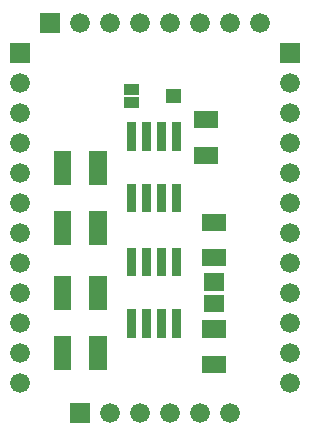
<source format=gbr>
G04 start of page 5 for group -4063 idx -4063 *
G04 Title: (unknown), componentmask *
G04 Creator: pcb 20100929 *
G04 CreationDate: Wed Oct  5 20:03:28 2011 UTC *
G04 For: user1 *
G04 Format: Gerber/RS-274X *
G04 PCB-Dimensions: 103000 143000 *
G04 PCB-Coordinate-Origin: lower left *
%MOIN*%
%FSLAX25Y25*%
%LNFRONTMASK*%
%ADD12C,0.0200*%
%ADD23C,0.0660*%
%ADD24R,0.0572X0.0572*%
%ADD25R,0.0300X0.0300*%
%ADD26R,0.0375X0.0375*%
%ADD27R,0.0375X0.0375*%
%ADD28R,0.0454X0.0454*%
G54D23*X6500Y86500D03*
Y76500D03*
Y66500D03*
Y56500D03*
Y46500D03*
Y36500D03*
Y26500D03*
Y16500D03*
G54D12*G36*
X23200Y9800D02*Y3200D01*
X29800D01*
Y9800D01*
X23200D01*
G37*
G54D23*X36500Y6500D03*
X46500D03*
X56500D03*
X66500D03*
X76500D03*
X96500Y96500D03*
Y86500D03*
Y76500D03*
Y66500D03*
G54D12*G36*
X93200Y129800D02*Y123200D01*
X99800D01*
Y129800D01*
X93200D01*
G37*
G54D23*X96500Y116500D03*
Y106500D03*
Y56500D03*
Y46500D03*
Y36500D03*
Y26500D03*
Y16500D03*
G54D12*G36*
X3200Y129800D02*Y123200D01*
X9800D01*
Y129800D01*
X3200D01*
G37*
G54D23*X6500Y116500D03*
Y106500D03*
Y96500D03*
G54D12*G36*
X13200Y139800D02*Y133200D01*
X19800D01*
Y139800D01*
X13200D01*
G37*
G54D23*X26500Y136500D03*
X36500D03*
X46500D03*
X56500D03*
X66500D03*
X76500D03*
X86500D03*
G54D24*X69819Y69905D02*X72181D01*
X69819Y58095D02*X72181D01*
X70607Y50043D02*X71393D01*
X70607Y42957D02*X71393D01*
X69819Y34405D02*X72181D01*
X69819Y22595D02*X72181D01*
G54D25*X58500Y60000D02*Y53500D01*
X53500Y60000D02*Y53500D01*
X48500Y60000D02*Y53500D01*
X43500Y60000D02*Y53500D01*
Y39500D02*Y33000D01*
X48500Y39500D02*Y33000D01*
X53500Y39500D02*Y33000D01*
X58500Y39500D02*Y33000D01*
G54D24*X20595Y70755D02*Y65245D01*
Y29255D02*Y23745D01*
Y49255D02*Y43745D01*
X32405Y70755D02*Y65245D01*
Y29255D02*Y23745D01*
Y49255D02*Y43745D01*
G54D25*X43500Y81250D02*Y74750D01*
X48500Y81250D02*Y74750D01*
X53500Y81250D02*Y74750D01*
G54D24*X20595Y90755D02*Y85245D01*
X32405Y90755D02*Y85245D01*
G54D25*X58500Y101750D02*Y95250D01*
X53500Y101750D02*Y95250D01*
X48500Y101750D02*Y95250D01*
X43500Y101750D02*Y95250D01*
X58500Y81250D02*Y74750D01*
G54D24*X67319Y104164D02*X69681D01*
X67319Y92354D02*X69681D01*
G54D26*X42940Y114166D02*X44121D01*
G54D27*X42941Y109835D02*X44121D01*
G54D28*X57310Y112001D02*X57704D01*
M02*

</source>
